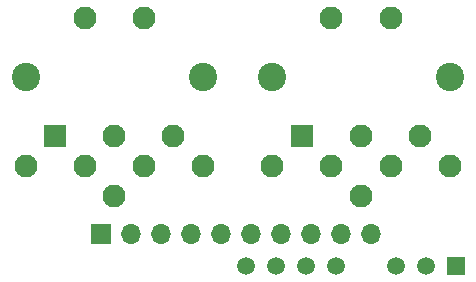
<source format=gbr>
%TF.GenerationSoftware,KiCad,Pcbnew,9.0.1*%
%TF.CreationDate,2025-06-09T14:27:30-04:00*%
%TF.ProjectId,Ceinture_respiration_Shield,4365696e-7475-4726-955f-726573706972,1.1*%
%TF.SameCoordinates,Original*%
%TF.FileFunction,Soldermask,Bot*%
%TF.FilePolarity,Negative*%
%FSLAX46Y46*%
G04 Gerber Fmt 4.6, Leading zero omitted, Abs format (unit mm)*
G04 Created by KiCad (PCBNEW 9.0.1) date 2025-06-09 14:27:30*
%MOMM*%
%LPD*%
G01*
G04 APERTURE LIST*
%ADD10R,1.508000X1.508000*%
%ADD11C,1.508000*%
%ADD12C,2.400000*%
%ADD13R,1.950000X1.950000*%
%ADD14C,1.950000*%
%ADD15R,1.700000X1.700000*%
%ADD16O,1.700000X1.700000*%
G04 APERTURE END LIST*
D10*
%TO.C,PS1*%
X41507500Y2372500D03*
D11*
X38967500Y2372500D03*
X36427500Y2372500D03*
X31347500Y2372500D03*
X28807500Y2372500D03*
X26267500Y2372500D03*
X23727500Y2372500D03*
%TD*%
D12*
%TO.C,J7*%
X41000000Y18370500D03*
X26000000Y18370500D03*
D13*
X28500000Y13370500D03*
D14*
X33500000Y13370500D03*
X38500000Y13370500D03*
X31000000Y10870500D03*
X36000000Y10870500D03*
X26000000Y10870500D03*
X41000000Y10870500D03*
X36000000Y23370500D03*
X31000000Y23370500D03*
X33500000Y8370500D03*
%TD*%
D12*
%TO.C,J6*%
X20094500Y18370500D03*
X5094500Y18370500D03*
D13*
X7594500Y13370500D03*
D14*
X12594500Y13370500D03*
X17594500Y13370500D03*
X10094500Y10870500D03*
X15094500Y10870500D03*
X5094500Y10870500D03*
X20094500Y10870500D03*
X15094500Y23370500D03*
X10094500Y23370500D03*
X12594500Y8370500D03*
%TD*%
D15*
%TO.C,J1*%
X11500000Y5120500D03*
D16*
X14040000Y5120500D03*
X16580000Y5120500D03*
X19120000Y5120500D03*
X21660000Y5120500D03*
X24200000Y5120500D03*
X26740000Y5120500D03*
X29280000Y5120500D03*
X31820000Y5120500D03*
X34360000Y5120500D03*
%TD*%
M02*

</source>
